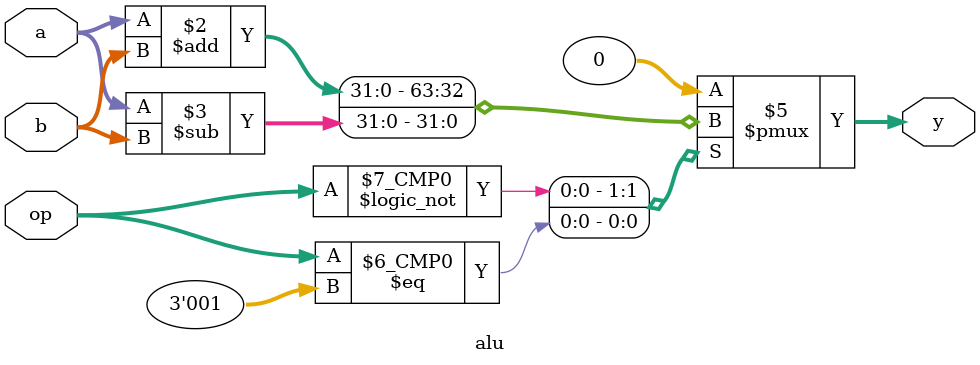
<source format=v>
`timescale 1ns/1ps
module alu (
    input  [31:0] a,
    input  [31:0] b,
    input  [2:0]  op,
    output reg [31:0] y
);

always @(*) begin
    case (op)
        3'b000: y = a + b;
        3'b001: y = a - b;
        default: y = 0;
    endcase
end

endmodule

</source>
